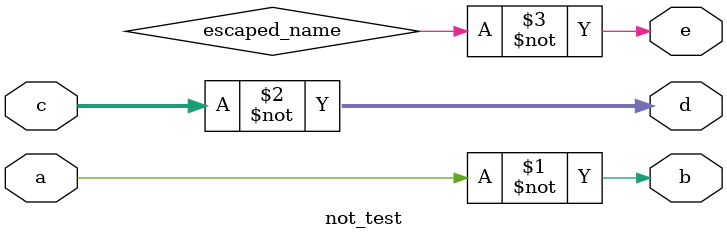
<source format=v>
module not_test (a, b, c, d, e);
input a;
output b;
input [3:0] c;
output [3:0] d;
output e;
wire a;
wire b;
wire [3:0] c;
wire [3:0] d;
wire e;

assign b = ~(a);
assign d = ~(c);
assign e = ~( \escaped_name );
endmodule

</source>
